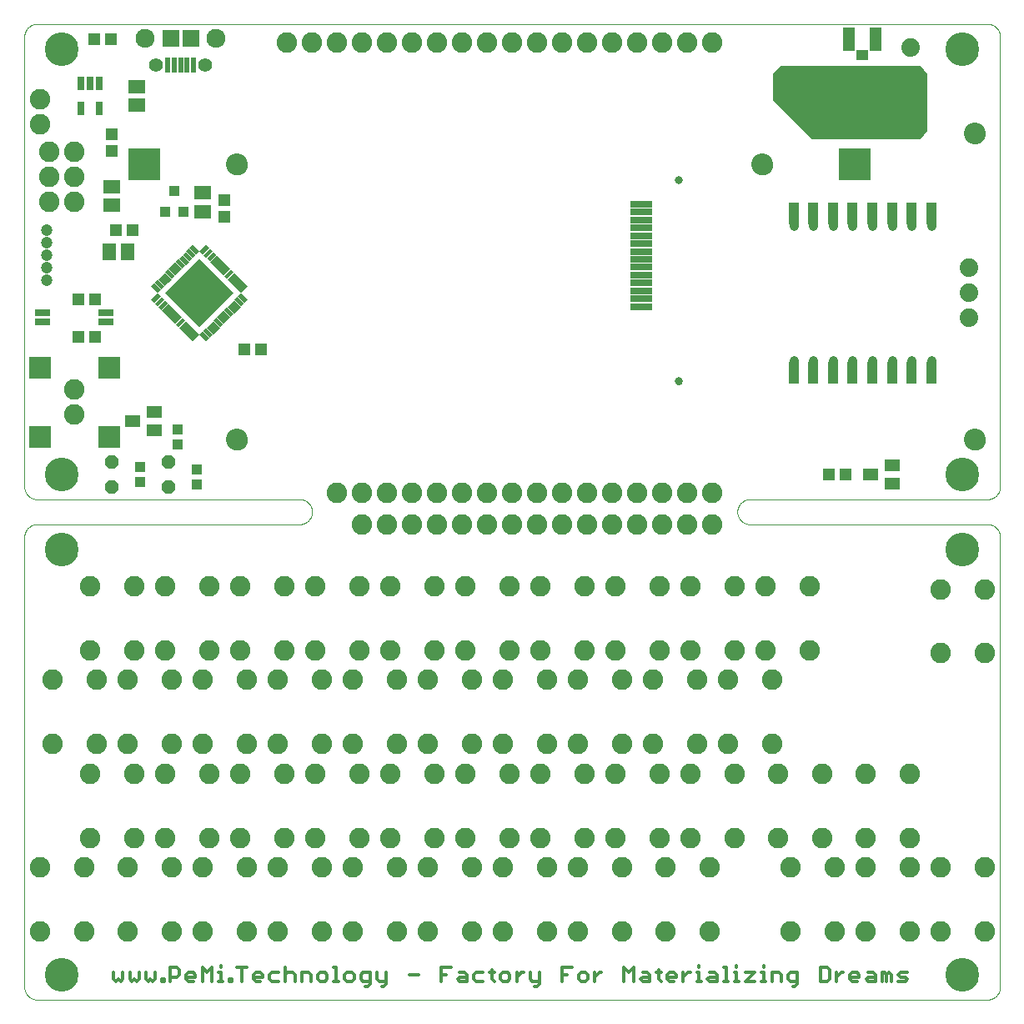
<source format=gts>
G75*
%MOIN*%
%OFA0B0*%
%FSLAX25Y25*%
%IPPOS*%
%LPD*%
%AMOC8*
5,1,8,0,0,1.08239X$1,22.5*
%
%ADD10C,0.00000*%
%ADD11C,0.08674*%
%ADD12C,0.01400*%
%ADD13C,0.01600*%
%ADD14C,0.04737*%
%ADD15R,0.06706X0.06902*%
%ADD16R,0.02375X0.06115*%
%ADD17C,0.05524*%
%ADD18C,0.07591*%
%ADD19OC8,0.05600*%
%ADD20R,0.03950X0.03950*%
%ADD21C,0.13461*%
%ADD22C,0.08200*%
%ADD23R,0.06706X0.05682*%
%ADD24R,0.04737X0.05032*%
%ADD25R,0.02965X0.05524*%
%ADD26R,0.05032X0.04737*%
%ADD27R,0.03753X0.01784*%
%ADD28R,0.19304X0.19304*%
%ADD29R,0.05682X0.06706*%
%ADD30C,0.07400*%
%ADD31C,0.03775*%
%ADD32R,0.03950X0.08674*%
%ADD33R,0.04934X0.09461*%
%ADD34R,0.04737X0.03950*%
%ADD35R,0.05918X0.03162*%
%ADD36R,0.08674X0.02769*%
%ADD37C,0.03162*%
%ADD38R,0.06312X0.04737*%
%ADD39R,0.08871X0.08871*%
%ADD40R,0.03950X0.04343*%
%ADD41R,0.12611X0.12611*%
D10*
X0006400Y0003787D02*
X0386400Y0003787D01*
X0386540Y0003789D01*
X0386680Y0003795D01*
X0386820Y0003805D01*
X0386960Y0003818D01*
X0387099Y0003836D01*
X0387238Y0003858D01*
X0387375Y0003883D01*
X0387513Y0003912D01*
X0387649Y0003945D01*
X0387784Y0003982D01*
X0387918Y0004023D01*
X0388051Y0004068D01*
X0388183Y0004116D01*
X0388313Y0004168D01*
X0388442Y0004223D01*
X0388569Y0004282D01*
X0388695Y0004345D01*
X0388819Y0004411D01*
X0388940Y0004480D01*
X0389060Y0004553D01*
X0389178Y0004630D01*
X0389293Y0004709D01*
X0389407Y0004792D01*
X0389517Y0004878D01*
X0389626Y0004967D01*
X0389732Y0005059D01*
X0389835Y0005154D01*
X0389936Y0005251D01*
X0390033Y0005352D01*
X0390128Y0005455D01*
X0390220Y0005561D01*
X0390309Y0005670D01*
X0390395Y0005780D01*
X0390478Y0005894D01*
X0390557Y0006009D01*
X0390634Y0006127D01*
X0390707Y0006247D01*
X0390776Y0006368D01*
X0390842Y0006492D01*
X0390905Y0006618D01*
X0390964Y0006745D01*
X0391019Y0006874D01*
X0391071Y0007004D01*
X0391119Y0007136D01*
X0391164Y0007269D01*
X0391205Y0007403D01*
X0391242Y0007538D01*
X0391275Y0007674D01*
X0391304Y0007812D01*
X0391329Y0007949D01*
X0391351Y0008088D01*
X0391369Y0008227D01*
X0391382Y0008367D01*
X0391392Y0008507D01*
X0391398Y0008647D01*
X0391400Y0008787D01*
X0391400Y0188787D01*
X0391398Y0188927D01*
X0391392Y0189067D01*
X0391382Y0189207D01*
X0391369Y0189347D01*
X0391351Y0189486D01*
X0391329Y0189625D01*
X0391304Y0189762D01*
X0391275Y0189900D01*
X0391242Y0190036D01*
X0391205Y0190171D01*
X0391164Y0190305D01*
X0391119Y0190438D01*
X0391071Y0190570D01*
X0391019Y0190700D01*
X0390964Y0190829D01*
X0390905Y0190956D01*
X0390842Y0191082D01*
X0390776Y0191206D01*
X0390707Y0191327D01*
X0390634Y0191447D01*
X0390557Y0191565D01*
X0390478Y0191680D01*
X0390395Y0191794D01*
X0390309Y0191904D01*
X0390220Y0192013D01*
X0390128Y0192119D01*
X0390033Y0192222D01*
X0389936Y0192323D01*
X0389835Y0192420D01*
X0389732Y0192515D01*
X0389626Y0192607D01*
X0389517Y0192696D01*
X0389407Y0192782D01*
X0389293Y0192865D01*
X0389178Y0192944D01*
X0389060Y0193021D01*
X0388940Y0193094D01*
X0388819Y0193163D01*
X0388695Y0193229D01*
X0388569Y0193292D01*
X0388442Y0193351D01*
X0388313Y0193406D01*
X0388183Y0193458D01*
X0388051Y0193506D01*
X0387918Y0193551D01*
X0387784Y0193592D01*
X0387649Y0193629D01*
X0387513Y0193662D01*
X0387375Y0193691D01*
X0387238Y0193716D01*
X0387099Y0193738D01*
X0386960Y0193756D01*
X0386820Y0193769D01*
X0386680Y0193779D01*
X0386540Y0193785D01*
X0386400Y0193787D01*
X0291400Y0193787D01*
X0291260Y0193789D01*
X0291120Y0193795D01*
X0290980Y0193805D01*
X0290840Y0193818D01*
X0290701Y0193836D01*
X0290562Y0193858D01*
X0290425Y0193883D01*
X0290287Y0193912D01*
X0290151Y0193945D01*
X0290016Y0193982D01*
X0289882Y0194023D01*
X0289749Y0194068D01*
X0289617Y0194116D01*
X0289487Y0194168D01*
X0289358Y0194223D01*
X0289231Y0194282D01*
X0289105Y0194345D01*
X0288981Y0194411D01*
X0288860Y0194480D01*
X0288740Y0194553D01*
X0288622Y0194630D01*
X0288507Y0194709D01*
X0288393Y0194792D01*
X0288283Y0194878D01*
X0288174Y0194967D01*
X0288068Y0195059D01*
X0287965Y0195154D01*
X0287864Y0195251D01*
X0287767Y0195352D01*
X0287672Y0195455D01*
X0287580Y0195561D01*
X0287491Y0195670D01*
X0287405Y0195780D01*
X0287322Y0195894D01*
X0287243Y0196009D01*
X0287166Y0196127D01*
X0287093Y0196247D01*
X0287024Y0196368D01*
X0286958Y0196492D01*
X0286895Y0196618D01*
X0286836Y0196745D01*
X0286781Y0196874D01*
X0286729Y0197004D01*
X0286681Y0197136D01*
X0286636Y0197269D01*
X0286595Y0197403D01*
X0286558Y0197538D01*
X0286525Y0197674D01*
X0286496Y0197812D01*
X0286471Y0197949D01*
X0286449Y0198088D01*
X0286431Y0198227D01*
X0286418Y0198367D01*
X0286408Y0198507D01*
X0286402Y0198647D01*
X0286400Y0198787D01*
X0286402Y0198927D01*
X0286408Y0199067D01*
X0286418Y0199207D01*
X0286431Y0199347D01*
X0286449Y0199486D01*
X0286471Y0199625D01*
X0286496Y0199762D01*
X0286525Y0199900D01*
X0286558Y0200036D01*
X0286595Y0200171D01*
X0286636Y0200305D01*
X0286681Y0200438D01*
X0286729Y0200570D01*
X0286781Y0200700D01*
X0286836Y0200829D01*
X0286895Y0200956D01*
X0286958Y0201082D01*
X0287024Y0201206D01*
X0287093Y0201327D01*
X0287166Y0201447D01*
X0287243Y0201565D01*
X0287322Y0201680D01*
X0287405Y0201794D01*
X0287491Y0201904D01*
X0287580Y0202013D01*
X0287672Y0202119D01*
X0287767Y0202222D01*
X0287864Y0202323D01*
X0287965Y0202420D01*
X0288068Y0202515D01*
X0288174Y0202607D01*
X0288283Y0202696D01*
X0288393Y0202782D01*
X0288507Y0202865D01*
X0288622Y0202944D01*
X0288740Y0203021D01*
X0288860Y0203094D01*
X0288981Y0203163D01*
X0289105Y0203229D01*
X0289231Y0203292D01*
X0289358Y0203351D01*
X0289487Y0203406D01*
X0289617Y0203458D01*
X0289749Y0203506D01*
X0289882Y0203551D01*
X0290016Y0203592D01*
X0290151Y0203629D01*
X0290287Y0203662D01*
X0290425Y0203691D01*
X0290562Y0203716D01*
X0290701Y0203738D01*
X0290840Y0203756D01*
X0290980Y0203769D01*
X0291120Y0203779D01*
X0291260Y0203785D01*
X0291400Y0203787D01*
X0386400Y0203787D01*
X0386540Y0203789D01*
X0386680Y0203795D01*
X0386820Y0203805D01*
X0386960Y0203818D01*
X0387099Y0203836D01*
X0387238Y0203858D01*
X0387375Y0203883D01*
X0387513Y0203912D01*
X0387649Y0203945D01*
X0387784Y0203982D01*
X0387918Y0204023D01*
X0388051Y0204068D01*
X0388183Y0204116D01*
X0388313Y0204168D01*
X0388442Y0204223D01*
X0388569Y0204282D01*
X0388695Y0204345D01*
X0388819Y0204411D01*
X0388940Y0204480D01*
X0389060Y0204553D01*
X0389178Y0204630D01*
X0389293Y0204709D01*
X0389407Y0204792D01*
X0389517Y0204878D01*
X0389626Y0204967D01*
X0389732Y0205059D01*
X0389835Y0205154D01*
X0389936Y0205251D01*
X0390033Y0205352D01*
X0390128Y0205455D01*
X0390220Y0205561D01*
X0390309Y0205670D01*
X0390395Y0205780D01*
X0390478Y0205894D01*
X0390557Y0206009D01*
X0390634Y0206127D01*
X0390707Y0206247D01*
X0390776Y0206368D01*
X0390842Y0206492D01*
X0390905Y0206618D01*
X0390964Y0206745D01*
X0391019Y0206874D01*
X0391071Y0207004D01*
X0391119Y0207136D01*
X0391164Y0207269D01*
X0391205Y0207403D01*
X0391242Y0207538D01*
X0391275Y0207674D01*
X0391304Y0207812D01*
X0391329Y0207949D01*
X0391351Y0208088D01*
X0391369Y0208227D01*
X0391382Y0208367D01*
X0391392Y0208507D01*
X0391398Y0208647D01*
X0391400Y0208787D01*
X0391400Y0388787D01*
X0391398Y0388927D01*
X0391392Y0389067D01*
X0391382Y0389207D01*
X0391369Y0389347D01*
X0391351Y0389486D01*
X0391329Y0389625D01*
X0391304Y0389762D01*
X0391275Y0389900D01*
X0391242Y0390036D01*
X0391205Y0390171D01*
X0391164Y0390305D01*
X0391119Y0390438D01*
X0391071Y0390570D01*
X0391019Y0390700D01*
X0390964Y0390829D01*
X0390905Y0390956D01*
X0390842Y0391082D01*
X0390776Y0391206D01*
X0390707Y0391327D01*
X0390634Y0391447D01*
X0390557Y0391565D01*
X0390478Y0391680D01*
X0390395Y0391794D01*
X0390309Y0391904D01*
X0390220Y0392013D01*
X0390128Y0392119D01*
X0390033Y0392222D01*
X0389936Y0392323D01*
X0389835Y0392420D01*
X0389732Y0392515D01*
X0389626Y0392607D01*
X0389517Y0392696D01*
X0389407Y0392782D01*
X0389293Y0392865D01*
X0389178Y0392944D01*
X0389060Y0393021D01*
X0388940Y0393094D01*
X0388819Y0393163D01*
X0388695Y0393229D01*
X0388569Y0393292D01*
X0388442Y0393351D01*
X0388313Y0393406D01*
X0388183Y0393458D01*
X0388051Y0393506D01*
X0387918Y0393551D01*
X0387784Y0393592D01*
X0387649Y0393629D01*
X0387513Y0393662D01*
X0387375Y0393691D01*
X0387238Y0393716D01*
X0387099Y0393738D01*
X0386960Y0393756D01*
X0386820Y0393769D01*
X0386680Y0393779D01*
X0386540Y0393785D01*
X0386400Y0393787D01*
X0006400Y0393787D01*
X0006260Y0393785D01*
X0006120Y0393779D01*
X0005980Y0393769D01*
X0005840Y0393756D01*
X0005701Y0393738D01*
X0005562Y0393716D01*
X0005425Y0393691D01*
X0005287Y0393662D01*
X0005151Y0393629D01*
X0005016Y0393592D01*
X0004882Y0393551D01*
X0004749Y0393506D01*
X0004617Y0393458D01*
X0004487Y0393406D01*
X0004358Y0393351D01*
X0004231Y0393292D01*
X0004105Y0393229D01*
X0003981Y0393163D01*
X0003860Y0393094D01*
X0003740Y0393021D01*
X0003622Y0392944D01*
X0003507Y0392865D01*
X0003393Y0392782D01*
X0003283Y0392696D01*
X0003174Y0392607D01*
X0003068Y0392515D01*
X0002965Y0392420D01*
X0002864Y0392323D01*
X0002767Y0392222D01*
X0002672Y0392119D01*
X0002580Y0392013D01*
X0002491Y0391904D01*
X0002405Y0391794D01*
X0002322Y0391680D01*
X0002243Y0391565D01*
X0002166Y0391447D01*
X0002093Y0391327D01*
X0002024Y0391206D01*
X0001958Y0391082D01*
X0001895Y0390956D01*
X0001836Y0390829D01*
X0001781Y0390700D01*
X0001729Y0390570D01*
X0001681Y0390438D01*
X0001636Y0390305D01*
X0001595Y0390171D01*
X0001558Y0390036D01*
X0001525Y0389900D01*
X0001496Y0389762D01*
X0001471Y0389625D01*
X0001449Y0389486D01*
X0001431Y0389347D01*
X0001418Y0389207D01*
X0001408Y0389067D01*
X0001402Y0388927D01*
X0001400Y0388787D01*
X0001400Y0208787D01*
X0001402Y0208647D01*
X0001408Y0208507D01*
X0001418Y0208367D01*
X0001431Y0208227D01*
X0001449Y0208088D01*
X0001471Y0207949D01*
X0001496Y0207812D01*
X0001525Y0207674D01*
X0001558Y0207538D01*
X0001595Y0207403D01*
X0001636Y0207269D01*
X0001681Y0207136D01*
X0001729Y0207004D01*
X0001781Y0206874D01*
X0001836Y0206745D01*
X0001895Y0206618D01*
X0001958Y0206492D01*
X0002024Y0206368D01*
X0002093Y0206247D01*
X0002166Y0206127D01*
X0002243Y0206009D01*
X0002322Y0205894D01*
X0002405Y0205780D01*
X0002491Y0205670D01*
X0002580Y0205561D01*
X0002672Y0205455D01*
X0002767Y0205352D01*
X0002864Y0205251D01*
X0002965Y0205154D01*
X0003068Y0205059D01*
X0003174Y0204967D01*
X0003283Y0204878D01*
X0003393Y0204792D01*
X0003507Y0204709D01*
X0003622Y0204630D01*
X0003740Y0204553D01*
X0003860Y0204480D01*
X0003981Y0204411D01*
X0004105Y0204345D01*
X0004231Y0204282D01*
X0004358Y0204223D01*
X0004487Y0204168D01*
X0004617Y0204116D01*
X0004749Y0204068D01*
X0004882Y0204023D01*
X0005016Y0203982D01*
X0005151Y0203945D01*
X0005287Y0203912D01*
X0005425Y0203883D01*
X0005562Y0203858D01*
X0005701Y0203836D01*
X0005840Y0203818D01*
X0005980Y0203805D01*
X0006120Y0203795D01*
X0006260Y0203789D01*
X0006400Y0203787D01*
X0111400Y0203787D01*
X0111540Y0203785D01*
X0111680Y0203779D01*
X0111820Y0203769D01*
X0111960Y0203756D01*
X0112099Y0203738D01*
X0112238Y0203716D01*
X0112375Y0203691D01*
X0112513Y0203662D01*
X0112649Y0203629D01*
X0112784Y0203592D01*
X0112918Y0203551D01*
X0113051Y0203506D01*
X0113183Y0203458D01*
X0113313Y0203406D01*
X0113442Y0203351D01*
X0113569Y0203292D01*
X0113695Y0203229D01*
X0113819Y0203163D01*
X0113940Y0203094D01*
X0114060Y0203021D01*
X0114178Y0202944D01*
X0114293Y0202865D01*
X0114407Y0202782D01*
X0114517Y0202696D01*
X0114626Y0202607D01*
X0114732Y0202515D01*
X0114835Y0202420D01*
X0114936Y0202323D01*
X0115033Y0202222D01*
X0115128Y0202119D01*
X0115220Y0202013D01*
X0115309Y0201904D01*
X0115395Y0201794D01*
X0115478Y0201680D01*
X0115557Y0201565D01*
X0115634Y0201447D01*
X0115707Y0201327D01*
X0115776Y0201206D01*
X0115842Y0201082D01*
X0115905Y0200956D01*
X0115964Y0200829D01*
X0116019Y0200700D01*
X0116071Y0200570D01*
X0116119Y0200438D01*
X0116164Y0200305D01*
X0116205Y0200171D01*
X0116242Y0200036D01*
X0116275Y0199900D01*
X0116304Y0199762D01*
X0116329Y0199625D01*
X0116351Y0199486D01*
X0116369Y0199347D01*
X0116382Y0199207D01*
X0116392Y0199067D01*
X0116398Y0198927D01*
X0116400Y0198787D01*
X0116398Y0198647D01*
X0116392Y0198507D01*
X0116382Y0198367D01*
X0116369Y0198227D01*
X0116351Y0198088D01*
X0116329Y0197949D01*
X0116304Y0197812D01*
X0116275Y0197674D01*
X0116242Y0197538D01*
X0116205Y0197403D01*
X0116164Y0197269D01*
X0116119Y0197136D01*
X0116071Y0197004D01*
X0116019Y0196874D01*
X0115964Y0196745D01*
X0115905Y0196618D01*
X0115842Y0196492D01*
X0115776Y0196368D01*
X0115707Y0196247D01*
X0115634Y0196127D01*
X0115557Y0196009D01*
X0115478Y0195894D01*
X0115395Y0195780D01*
X0115309Y0195670D01*
X0115220Y0195561D01*
X0115128Y0195455D01*
X0115033Y0195352D01*
X0114936Y0195251D01*
X0114835Y0195154D01*
X0114732Y0195059D01*
X0114626Y0194967D01*
X0114517Y0194878D01*
X0114407Y0194792D01*
X0114293Y0194709D01*
X0114178Y0194630D01*
X0114060Y0194553D01*
X0113940Y0194480D01*
X0113819Y0194411D01*
X0113695Y0194345D01*
X0113569Y0194282D01*
X0113442Y0194223D01*
X0113313Y0194168D01*
X0113183Y0194116D01*
X0113051Y0194068D01*
X0112918Y0194023D01*
X0112784Y0193982D01*
X0112649Y0193945D01*
X0112513Y0193912D01*
X0112375Y0193883D01*
X0112238Y0193858D01*
X0112099Y0193836D01*
X0111960Y0193818D01*
X0111820Y0193805D01*
X0111680Y0193795D01*
X0111540Y0193789D01*
X0111400Y0193787D01*
X0006400Y0193787D01*
X0006260Y0193785D01*
X0006120Y0193779D01*
X0005980Y0193769D01*
X0005840Y0193756D01*
X0005701Y0193738D01*
X0005562Y0193716D01*
X0005425Y0193691D01*
X0005287Y0193662D01*
X0005151Y0193629D01*
X0005016Y0193592D01*
X0004882Y0193551D01*
X0004749Y0193506D01*
X0004617Y0193458D01*
X0004487Y0193406D01*
X0004358Y0193351D01*
X0004231Y0193292D01*
X0004105Y0193229D01*
X0003981Y0193163D01*
X0003860Y0193094D01*
X0003740Y0193021D01*
X0003622Y0192944D01*
X0003507Y0192865D01*
X0003393Y0192782D01*
X0003283Y0192696D01*
X0003174Y0192607D01*
X0003068Y0192515D01*
X0002965Y0192420D01*
X0002864Y0192323D01*
X0002767Y0192222D01*
X0002672Y0192119D01*
X0002580Y0192013D01*
X0002491Y0191904D01*
X0002405Y0191794D01*
X0002322Y0191680D01*
X0002243Y0191565D01*
X0002166Y0191447D01*
X0002093Y0191327D01*
X0002024Y0191206D01*
X0001958Y0191082D01*
X0001895Y0190956D01*
X0001836Y0190829D01*
X0001781Y0190700D01*
X0001729Y0190570D01*
X0001681Y0190438D01*
X0001636Y0190305D01*
X0001595Y0190171D01*
X0001558Y0190036D01*
X0001525Y0189900D01*
X0001496Y0189762D01*
X0001471Y0189625D01*
X0001449Y0189486D01*
X0001431Y0189347D01*
X0001418Y0189207D01*
X0001408Y0189067D01*
X0001402Y0188927D01*
X0001400Y0188787D01*
X0001400Y0008787D01*
X0001402Y0008647D01*
X0001408Y0008507D01*
X0001418Y0008367D01*
X0001431Y0008227D01*
X0001449Y0008088D01*
X0001471Y0007949D01*
X0001496Y0007812D01*
X0001525Y0007674D01*
X0001558Y0007538D01*
X0001595Y0007403D01*
X0001636Y0007269D01*
X0001681Y0007136D01*
X0001729Y0007004D01*
X0001781Y0006874D01*
X0001836Y0006745D01*
X0001895Y0006618D01*
X0001958Y0006492D01*
X0002024Y0006368D01*
X0002093Y0006247D01*
X0002166Y0006127D01*
X0002243Y0006009D01*
X0002322Y0005894D01*
X0002405Y0005780D01*
X0002491Y0005670D01*
X0002580Y0005561D01*
X0002672Y0005455D01*
X0002767Y0005352D01*
X0002864Y0005251D01*
X0002965Y0005154D01*
X0003068Y0005059D01*
X0003174Y0004967D01*
X0003283Y0004878D01*
X0003393Y0004792D01*
X0003507Y0004709D01*
X0003622Y0004630D01*
X0003740Y0004553D01*
X0003860Y0004480D01*
X0003981Y0004411D01*
X0004105Y0004345D01*
X0004231Y0004282D01*
X0004358Y0004223D01*
X0004487Y0004168D01*
X0004617Y0004116D01*
X0004749Y0004068D01*
X0004882Y0004023D01*
X0005016Y0003982D01*
X0005151Y0003945D01*
X0005287Y0003912D01*
X0005425Y0003883D01*
X0005562Y0003858D01*
X0005701Y0003836D01*
X0005840Y0003818D01*
X0005980Y0003805D01*
X0006120Y0003795D01*
X0006260Y0003789D01*
X0006400Y0003787D01*
X0082463Y0227537D02*
X0082465Y0227662D01*
X0082471Y0227787D01*
X0082481Y0227911D01*
X0082495Y0228035D01*
X0082512Y0228159D01*
X0082534Y0228282D01*
X0082560Y0228404D01*
X0082589Y0228526D01*
X0082622Y0228646D01*
X0082660Y0228765D01*
X0082700Y0228884D01*
X0082745Y0229000D01*
X0082793Y0229115D01*
X0082845Y0229229D01*
X0082901Y0229341D01*
X0082960Y0229451D01*
X0083022Y0229559D01*
X0083088Y0229666D01*
X0083157Y0229770D01*
X0083230Y0229871D01*
X0083305Y0229971D01*
X0083384Y0230068D01*
X0083466Y0230162D01*
X0083551Y0230254D01*
X0083638Y0230343D01*
X0083729Y0230429D01*
X0083822Y0230512D01*
X0083918Y0230593D01*
X0084016Y0230670D01*
X0084116Y0230744D01*
X0084219Y0230815D01*
X0084324Y0230882D01*
X0084432Y0230947D01*
X0084541Y0231007D01*
X0084652Y0231065D01*
X0084765Y0231118D01*
X0084879Y0231168D01*
X0084995Y0231215D01*
X0085112Y0231257D01*
X0085231Y0231296D01*
X0085351Y0231332D01*
X0085472Y0231363D01*
X0085594Y0231391D01*
X0085716Y0231414D01*
X0085840Y0231434D01*
X0085964Y0231450D01*
X0086088Y0231462D01*
X0086213Y0231470D01*
X0086338Y0231474D01*
X0086462Y0231474D01*
X0086587Y0231470D01*
X0086712Y0231462D01*
X0086836Y0231450D01*
X0086960Y0231434D01*
X0087084Y0231414D01*
X0087206Y0231391D01*
X0087328Y0231363D01*
X0087449Y0231332D01*
X0087569Y0231296D01*
X0087688Y0231257D01*
X0087805Y0231215D01*
X0087921Y0231168D01*
X0088035Y0231118D01*
X0088148Y0231065D01*
X0088259Y0231007D01*
X0088369Y0230947D01*
X0088476Y0230882D01*
X0088581Y0230815D01*
X0088684Y0230744D01*
X0088784Y0230670D01*
X0088882Y0230593D01*
X0088978Y0230512D01*
X0089071Y0230429D01*
X0089162Y0230343D01*
X0089249Y0230254D01*
X0089334Y0230162D01*
X0089416Y0230068D01*
X0089495Y0229971D01*
X0089570Y0229871D01*
X0089643Y0229770D01*
X0089712Y0229666D01*
X0089778Y0229559D01*
X0089840Y0229451D01*
X0089899Y0229341D01*
X0089955Y0229229D01*
X0090007Y0229115D01*
X0090055Y0229000D01*
X0090100Y0228884D01*
X0090140Y0228765D01*
X0090178Y0228646D01*
X0090211Y0228526D01*
X0090240Y0228404D01*
X0090266Y0228282D01*
X0090288Y0228159D01*
X0090305Y0228035D01*
X0090319Y0227911D01*
X0090329Y0227787D01*
X0090335Y0227662D01*
X0090337Y0227537D01*
X0090335Y0227412D01*
X0090329Y0227287D01*
X0090319Y0227163D01*
X0090305Y0227039D01*
X0090288Y0226915D01*
X0090266Y0226792D01*
X0090240Y0226670D01*
X0090211Y0226548D01*
X0090178Y0226428D01*
X0090140Y0226309D01*
X0090100Y0226190D01*
X0090055Y0226074D01*
X0090007Y0225959D01*
X0089955Y0225845D01*
X0089899Y0225733D01*
X0089840Y0225623D01*
X0089778Y0225515D01*
X0089712Y0225408D01*
X0089643Y0225304D01*
X0089570Y0225203D01*
X0089495Y0225103D01*
X0089416Y0225006D01*
X0089334Y0224912D01*
X0089249Y0224820D01*
X0089162Y0224731D01*
X0089071Y0224645D01*
X0088978Y0224562D01*
X0088882Y0224481D01*
X0088784Y0224404D01*
X0088684Y0224330D01*
X0088581Y0224259D01*
X0088476Y0224192D01*
X0088368Y0224127D01*
X0088259Y0224067D01*
X0088148Y0224009D01*
X0088035Y0223956D01*
X0087921Y0223906D01*
X0087805Y0223859D01*
X0087688Y0223817D01*
X0087569Y0223778D01*
X0087449Y0223742D01*
X0087328Y0223711D01*
X0087206Y0223683D01*
X0087084Y0223660D01*
X0086960Y0223640D01*
X0086836Y0223624D01*
X0086712Y0223612D01*
X0086587Y0223604D01*
X0086462Y0223600D01*
X0086338Y0223600D01*
X0086213Y0223604D01*
X0086088Y0223612D01*
X0085964Y0223624D01*
X0085840Y0223640D01*
X0085716Y0223660D01*
X0085594Y0223683D01*
X0085472Y0223711D01*
X0085351Y0223742D01*
X0085231Y0223778D01*
X0085112Y0223817D01*
X0084995Y0223859D01*
X0084879Y0223906D01*
X0084765Y0223956D01*
X0084652Y0224009D01*
X0084541Y0224067D01*
X0084431Y0224127D01*
X0084324Y0224192D01*
X0084219Y0224259D01*
X0084116Y0224330D01*
X0084016Y0224404D01*
X0083918Y0224481D01*
X0083822Y0224562D01*
X0083729Y0224645D01*
X0083638Y0224731D01*
X0083551Y0224820D01*
X0083466Y0224912D01*
X0083384Y0225006D01*
X0083305Y0225103D01*
X0083230Y0225203D01*
X0083157Y0225304D01*
X0083088Y0225408D01*
X0083022Y0225515D01*
X0082960Y0225623D01*
X0082901Y0225733D01*
X0082845Y0225845D01*
X0082793Y0225959D01*
X0082745Y0226074D01*
X0082700Y0226190D01*
X0082660Y0226309D01*
X0082622Y0226428D01*
X0082589Y0226548D01*
X0082560Y0226670D01*
X0082534Y0226792D01*
X0082512Y0226915D01*
X0082495Y0227039D01*
X0082481Y0227163D01*
X0082471Y0227287D01*
X0082465Y0227412D01*
X0082463Y0227537D01*
X0082463Y0337537D02*
X0082465Y0337662D01*
X0082471Y0337787D01*
X0082481Y0337911D01*
X0082495Y0338035D01*
X0082512Y0338159D01*
X0082534Y0338282D01*
X0082560Y0338404D01*
X0082589Y0338526D01*
X0082622Y0338646D01*
X0082660Y0338765D01*
X0082700Y0338884D01*
X0082745Y0339000D01*
X0082793Y0339115D01*
X0082845Y0339229D01*
X0082901Y0339341D01*
X0082960Y0339451D01*
X0083022Y0339559D01*
X0083088Y0339666D01*
X0083157Y0339770D01*
X0083230Y0339871D01*
X0083305Y0339971D01*
X0083384Y0340068D01*
X0083466Y0340162D01*
X0083551Y0340254D01*
X0083638Y0340343D01*
X0083729Y0340429D01*
X0083822Y0340512D01*
X0083918Y0340593D01*
X0084016Y0340670D01*
X0084116Y0340744D01*
X0084219Y0340815D01*
X0084324Y0340882D01*
X0084432Y0340947D01*
X0084541Y0341007D01*
X0084652Y0341065D01*
X0084765Y0341118D01*
X0084879Y0341168D01*
X0084995Y0341215D01*
X0085112Y0341257D01*
X0085231Y0341296D01*
X0085351Y0341332D01*
X0085472Y0341363D01*
X0085594Y0341391D01*
X0085716Y0341414D01*
X0085840Y0341434D01*
X0085964Y0341450D01*
X0086088Y0341462D01*
X0086213Y0341470D01*
X0086338Y0341474D01*
X0086462Y0341474D01*
X0086587Y0341470D01*
X0086712Y0341462D01*
X0086836Y0341450D01*
X0086960Y0341434D01*
X0087084Y0341414D01*
X0087206Y0341391D01*
X0087328Y0341363D01*
X0087449Y0341332D01*
X0087569Y0341296D01*
X0087688Y0341257D01*
X0087805Y0341215D01*
X0087921Y0341168D01*
X0088035Y0341118D01*
X0088148Y0341065D01*
X0088259Y0341007D01*
X0088369Y0340947D01*
X0088476Y0340882D01*
X0088581Y0340815D01*
X0088684Y0340744D01*
X0088784Y0340670D01*
X0088882Y0340593D01*
X0088978Y0340512D01*
X0089071Y0340429D01*
X0089162Y0340343D01*
X0089249Y0340254D01*
X0089334Y0340162D01*
X0089416Y0340068D01*
X0089495Y0339971D01*
X0089570Y0339871D01*
X0089643Y0339770D01*
X0089712Y0339666D01*
X0089778Y0339559D01*
X0089840Y0339451D01*
X0089899Y0339341D01*
X0089955Y0339229D01*
X0090007Y0339115D01*
X0090055Y0339000D01*
X0090100Y0338884D01*
X0090140Y0338765D01*
X0090178Y0338646D01*
X0090211Y0338526D01*
X0090240Y0338404D01*
X0090266Y0338282D01*
X0090288Y0338159D01*
X0090305Y0338035D01*
X0090319Y0337911D01*
X0090329Y0337787D01*
X0090335Y0337662D01*
X0090337Y0337537D01*
X0090335Y0337412D01*
X0090329Y0337287D01*
X0090319Y0337163D01*
X0090305Y0337039D01*
X0090288Y0336915D01*
X0090266Y0336792D01*
X0090240Y0336670D01*
X0090211Y0336548D01*
X0090178Y0336428D01*
X0090140Y0336309D01*
X0090100Y0336190D01*
X0090055Y0336074D01*
X0090007Y0335959D01*
X0089955Y0335845D01*
X0089899Y0335733D01*
X0089840Y0335623D01*
X0089778Y0335515D01*
X0089712Y0335408D01*
X0089643Y0335304D01*
X0089570Y0335203D01*
X0089495Y0335103D01*
X0089416Y0335006D01*
X0089334Y0334912D01*
X0089249Y0334820D01*
X0089162Y0334731D01*
X0089071Y0334645D01*
X0088978Y0334562D01*
X0088882Y0334481D01*
X0088784Y0334404D01*
X0088684Y0334330D01*
X0088581Y0334259D01*
X0088476Y0334192D01*
X0088368Y0334127D01*
X0088259Y0334067D01*
X0088148Y0334009D01*
X0088035Y0333956D01*
X0087921Y0333906D01*
X0087805Y0333859D01*
X0087688Y0333817D01*
X0087569Y0333778D01*
X0087449Y0333742D01*
X0087328Y0333711D01*
X0087206Y0333683D01*
X0087084Y0333660D01*
X0086960Y0333640D01*
X0086836Y0333624D01*
X0086712Y0333612D01*
X0086587Y0333604D01*
X0086462Y0333600D01*
X0086338Y0333600D01*
X0086213Y0333604D01*
X0086088Y0333612D01*
X0085964Y0333624D01*
X0085840Y0333640D01*
X0085716Y0333660D01*
X0085594Y0333683D01*
X0085472Y0333711D01*
X0085351Y0333742D01*
X0085231Y0333778D01*
X0085112Y0333817D01*
X0084995Y0333859D01*
X0084879Y0333906D01*
X0084765Y0333956D01*
X0084652Y0334009D01*
X0084541Y0334067D01*
X0084431Y0334127D01*
X0084324Y0334192D01*
X0084219Y0334259D01*
X0084116Y0334330D01*
X0084016Y0334404D01*
X0083918Y0334481D01*
X0083822Y0334562D01*
X0083729Y0334645D01*
X0083638Y0334731D01*
X0083551Y0334820D01*
X0083466Y0334912D01*
X0083384Y0335006D01*
X0083305Y0335103D01*
X0083230Y0335203D01*
X0083157Y0335304D01*
X0083088Y0335408D01*
X0083022Y0335515D01*
X0082960Y0335623D01*
X0082901Y0335733D01*
X0082845Y0335845D01*
X0082793Y0335959D01*
X0082745Y0336074D01*
X0082700Y0336190D01*
X0082660Y0336309D01*
X0082622Y0336428D01*
X0082589Y0336548D01*
X0082560Y0336670D01*
X0082534Y0336792D01*
X0082512Y0336915D01*
X0082495Y0337039D01*
X0082481Y0337163D01*
X0082471Y0337287D01*
X0082465Y0337412D01*
X0082463Y0337537D01*
X0261754Y0331406D02*
X0261756Y0331475D01*
X0261762Y0331543D01*
X0261772Y0331611D01*
X0261786Y0331678D01*
X0261804Y0331745D01*
X0261825Y0331810D01*
X0261851Y0331874D01*
X0261880Y0331936D01*
X0261912Y0331996D01*
X0261948Y0332055D01*
X0261988Y0332111D01*
X0262030Y0332165D01*
X0262076Y0332216D01*
X0262125Y0332265D01*
X0262176Y0332311D01*
X0262230Y0332353D01*
X0262286Y0332393D01*
X0262344Y0332429D01*
X0262405Y0332461D01*
X0262467Y0332490D01*
X0262531Y0332516D01*
X0262596Y0332537D01*
X0262663Y0332555D01*
X0262730Y0332569D01*
X0262798Y0332579D01*
X0262866Y0332585D01*
X0262935Y0332587D01*
X0263004Y0332585D01*
X0263072Y0332579D01*
X0263140Y0332569D01*
X0263207Y0332555D01*
X0263274Y0332537D01*
X0263339Y0332516D01*
X0263403Y0332490D01*
X0263465Y0332461D01*
X0263525Y0332429D01*
X0263584Y0332393D01*
X0263640Y0332353D01*
X0263694Y0332311D01*
X0263745Y0332265D01*
X0263794Y0332216D01*
X0263840Y0332165D01*
X0263882Y0332111D01*
X0263922Y0332055D01*
X0263958Y0331996D01*
X0263990Y0331936D01*
X0264019Y0331874D01*
X0264045Y0331810D01*
X0264066Y0331745D01*
X0264084Y0331678D01*
X0264098Y0331611D01*
X0264108Y0331543D01*
X0264114Y0331475D01*
X0264116Y0331406D01*
X0264114Y0331337D01*
X0264108Y0331269D01*
X0264098Y0331201D01*
X0264084Y0331134D01*
X0264066Y0331067D01*
X0264045Y0331002D01*
X0264019Y0330938D01*
X0263990Y0330876D01*
X0263958Y0330815D01*
X0263922Y0330757D01*
X0263882Y0330701D01*
X0263840Y0330647D01*
X0263794Y0330596D01*
X0263745Y0330547D01*
X0263694Y0330501D01*
X0263640Y0330459D01*
X0263584Y0330419D01*
X0263526Y0330383D01*
X0263465Y0330351D01*
X0263403Y0330322D01*
X0263339Y0330296D01*
X0263274Y0330275D01*
X0263207Y0330257D01*
X0263140Y0330243D01*
X0263072Y0330233D01*
X0263004Y0330227D01*
X0262935Y0330225D01*
X0262866Y0330227D01*
X0262798Y0330233D01*
X0262730Y0330243D01*
X0262663Y0330257D01*
X0262596Y0330275D01*
X0262531Y0330296D01*
X0262467Y0330322D01*
X0262405Y0330351D01*
X0262344Y0330383D01*
X0262286Y0330419D01*
X0262230Y0330459D01*
X0262176Y0330501D01*
X0262125Y0330547D01*
X0262076Y0330596D01*
X0262030Y0330647D01*
X0261988Y0330701D01*
X0261948Y0330757D01*
X0261912Y0330815D01*
X0261880Y0330876D01*
X0261851Y0330938D01*
X0261825Y0331002D01*
X0261804Y0331067D01*
X0261786Y0331134D01*
X0261772Y0331201D01*
X0261762Y0331269D01*
X0261756Y0331337D01*
X0261754Y0331406D01*
X0292463Y0337537D02*
X0292465Y0337662D01*
X0292471Y0337787D01*
X0292481Y0337911D01*
X0292495Y0338035D01*
X0292512Y0338159D01*
X0292534Y0338282D01*
X0292560Y0338404D01*
X0292589Y0338526D01*
X0292622Y0338646D01*
X0292660Y0338765D01*
X0292700Y0338884D01*
X0292745Y0339000D01*
X0292793Y0339115D01*
X0292845Y0339229D01*
X0292901Y0339341D01*
X0292960Y0339451D01*
X0293022Y0339559D01*
X0293088Y0339666D01*
X0293157Y0339770D01*
X0293230Y0339871D01*
X0293305Y0339971D01*
X0293384Y0340068D01*
X0293466Y0340162D01*
X0293551Y0340254D01*
X0293638Y0340343D01*
X0293729Y0340429D01*
X0293822Y0340512D01*
X0293918Y0340593D01*
X0294016Y0340670D01*
X0294116Y0340744D01*
X0294219Y0340815D01*
X0294324Y0340882D01*
X0294432Y0340947D01*
X0294541Y0341007D01*
X0294652Y0341065D01*
X0294765Y0341118D01*
X0294879Y0341168D01*
X0294995Y0341215D01*
X0295112Y0341257D01*
X0295231Y0341296D01*
X0295351Y0341332D01*
X0295472Y0341363D01*
X0295594Y0341391D01*
X0295716Y0341414D01*
X0295840Y0341434D01*
X0295964Y0341450D01*
X0296088Y0341462D01*
X0296213Y0341470D01*
X0296338Y0341474D01*
X0296462Y0341474D01*
X0296587Y0341470D01*
X0296712Y0341462D01*
X0296836Y0341450D01*
X0296960Y0341434D01*
X0297084Y0341414D01*
X0297206Y0341391D01*
X0297328Y0341363D01*
X0297449Y0341332D01*
X0297569Y0341296D01*
X0297688Y0341257D01*
X0297805Y0341215D01*
X0297921Y0341168D01*
X0298035Y0341118D01*
X0298148Y0341065D01*
X0298259Y0341007D01*
X0298369Y0340947D01*
X0298476Y0340882D01*
X0298581Y0340815D01*
X0298684Y0340744D01*
X0298784Y0340670D01*
X0298882Y0340593D01*
X0298978Y0340512D01*
X0299071Y0340429D01*
X0299162Y0340343D01*
X0299249Y0340254D01*
X0299334Y0340162D01*
X0299416Y0340068D01*
X0299495Y0339971D01*
X0299570Y0339871D01*
X0299643Y0339770D01*
X0299712Y0339666D01*
X0299778Y0339559D01*
X0299840Y0339451D01*
X0299899Y0339341D01*
X0299955Y0339229D01*
X0300007Y0339115D01*
X0300055Y0339000D01*
X0300100Y0338884D01*
X0300140Y0338765D01*
X0300178Y0338646D01*
X0300211Y0338526D01*
X0300240Y0338404D01*
X0300266Y0338282D01*
X0300288Y0338159D01*
X0300305Y0338035D01*
X0300319Y0337911D01*
X0300329Y0337787D01*
X0300335Y0337662D01*
X0300337Y0337537D01*
X0300335Y0337412D01*
X0300329Y0337287D01*
X0300319Y0337163D01*
X0300305Y0337039D01*
X0300288Y0336915D01*
X0300266Y0336792D01*
X0300240Y0336670D01*
X0300211Y0336548D01*
X0300178Y0336428D01*
X0300140Y0336309D01*
X0300100Y0336190D01*
X0300055Y0336074D01*
X0300007Y0335959D01*
X0299955Y0335845D01*
X0299899Y0335733D01*
X0299840Y0335623D01*
X0299778Y0335515D01*
X0299712Y0335408D01*
X0299643Y0335304D01*
X0299570Y0335203D01*
X0299495Y0335103D01*
X0299416Y0335006D01*
X0299334Y0334912D01*
X0299249Y0334820D01*
X0299162Y0334731D01*
X0299071Y0334645D01*
X0298978Y0334562D01*
X0298882Y0334481D01*
X0298784Y0334404D01*
X0298684Y0334330D01*
X0298581Y0334259D01*
X0298476Y0334192D01*
X0298368Y0334127D01*
X0298259Y0334067D01*
X0298148Y0334009D01*
X0298035Y0333956D01*
X0297921Y0333906D01*
X0297805Y0333859D01*
X0297688Y0333817D01*
X0297569Y0333778D01*
X0297449Y0333742D01*
X0297328Y0333711D01*
X0297206Y0333683D01*
X0297084Y0333660D01*
X0296960Y0333640D01*
X0296836Y0333624D01*
X0296712Y0333612D01*
X0296587Y0333604D01*
X0296462Y0333600D01*
X0296338Y0333600D01*
X0296213Y0333604D01*
X0296088Y0333612D01*
X0295964Y0333624D01*
X0295840Y0333640D01*
X0295716Y0333660D01*
X0295594Y0333683D01*
X0295472Y0333711D01*
X0295351Y0333742D01*
X0295231Y0333778D01*
X0295112Y0333817D01*
X0294995Y0333859D01*
X0294879Y0333906D01*
X0294765Y0333956D01*
X0294652Y0334009D01*
X0294541Y0334067D01*
X0294431Y0334127D01*
X0294324Y0334192D01*
X0294219Y0334259D01*
X0294116Y0334330D01*
X0294016Y0334404D01*
X0293918Y0334481D01*
X0293822Y0334562D01*
X0293729Y0334645D01*
X0293638Y0334731D01*
X0293551Y0334820D01*
X0293466Y0334912D01*
X0293384Y0335006D01*
X0293305Y0335103D01*
X0293230Y0335203D01*
X0293157Y0335304D01*
X0293088Y0335408D01*
X0293022Y0335515D01*
X0292960Y0335623D01*
X0292901Y0335733D01*
X0292845Y0335845D01*
X0292793Y0335959D01*
X0292745Y0336074D01*
X0292700Y0336190D01*
X0292660Y0336309D01*
X0292622Y0336428D01*
X0292589Y0336548D01*
X0292560Y0336670D01*
X0292534Y0336792D01*
X0292512Y0336915D01*
X0292495Y0337039D01*
X0292481Y0337163D01*
X0292471Y0337287D01*
X0292465Y0337412D01*
X0292463Y0337537D01*
X0261754Y0250894D02*
X0261756Y0250963D01*
X0261762Y0251031D01*
X0261772Y0251099D01*
X0261786Y0251166D01*
X0261804Y0251233D01*
X0261825Y0251298D01*
X0261851Y0251362D01*
X0261880Y0251424D01*
X0261912Y0251484D01*
X0261948Y0251543D01*
X0261988Y0251599D01*
X0262030Y0251653D01*
X0262076Y0251704D01*
X0262125Y0251753D01*
X0262176Y0251799D01*
X0262230Y0251841D01*
X0262286Y0251881D01*
X0262344Y0251917D01*
X0262405Y0251949D01*
X0262467Y0251978D01*
X0262531Y0252004D01*
X0262596Y0252025D01*
X0262663Y0252043D01*
X0262730Y0252057D01*
X0262798Y0252067D01*
X0262866Y0252073D01*
X0262935Y0252075D01*
X0263004Y0252073D01*
X0263072Y0252067D01*
X0263140Y0252057D01*
X0263207Y0252043D01*
X0263274Y0252025D01*
X0263339Y0252004D01*
X0263403Y0251978D01*
X0263465Y0251949D01*
X0263525Y0251917D01*
X0263584Y0251881D01*
X0263640Y0251841D01*
X0263694Y0251799D01*
X0263745Y0251753D01*
X0263794Y0251704D01*
X0263840Y0251653D01*
X0263882Y0251599D01*
X0263922Y0251543D01*
X0263958Y0251484D01*
X0263990Y0251424D01*
X0264019Y0251362D01*
X0264045Y0251298D01*
X0264066Y0251233D01*
X0264084Y0251166D01*
X0264098Y0251099D01*
X0264108Y0251031D01*
X0264114Y0250963D01*
X0264116Y0250894D01*
X0264114Y0250825D01*
X0264108Y0250757D01*
X0264098Y0250689D01*
X0264084Y0250622D01*
X0264066Y0250555D01*
X0264045Y0250490D01*
X0264019Y0250426D01*
X0263990Y0250364D01*
X0263958Y0250303D01*
X0263922Y0250245D01*
X0263882Y0250189D01*
X0263840Y0250135D01*
X0263794Y0250084D01*
X0263745Y0250035D01*
X0263694Y0249989D01*
X0263640Y0249947D01*
X0263584Y0249907D01*
X0263526Y0249871D01*
X0263465Y0249839D01*
X0263403Y0249810D01*
X0263339Y0249784D01*
X0263274Y0249763D01*
X0263207Y0249745D01*
X0263140Y0249731D01*
X0263072Y0249721D01*
X0263004Y0249715D01*
X0262935Y0249713D01*
X0262866Y0249715D01*
X0262798Y0249721D01*
X0262730Y0249731D01*
X0262663Y0249745D01*
X0262596Y0249763D01*
X0262531Y0249784D01*
X0262467Y0249810D01*
X0262405Y0249839D01*
X0262344Y0249871D01*
X0262286Y0249907D01*
X0262230Y0249947D01*
X0262176Y0249989D01*
X0262125Y0250035D01*
X0262076Y0250084D01*
X0262030Y0250135D01*
X0261988Y0250189D01*
X0261948Y0250245D01*
X0261912Y0250303D01*
X0261880Y0250364D01*
X0261851Y0250426D01*
X0261825Y0250490D01*
X0261804Y0250555D01*
X0261786Y0250622D01*
X0261772Y0250689D01*
X0261762Y0250757D01*
X0261756Y0250825D01*
X0261754Y0250894D01*
X0377463Y0227537D02*
X0377465Y0227662D01*
X0377471Y0227787D01*
X0377481Y0227911D01*
X0377495Y0228035D01*
X0377512Y0228159D01*
X0377534Y0228282D01*
X0377560Y0228404D01*
X0377589Y0228526D01*
X0377622Y0228646D01*
X0377660Y0228765D01*
X0377700Y0228884D01*
X0377745Y0229000D01*
X0377793Y0229115D01*
X0377845Y0229229D01*
X0377901Y0229341D01*
X0377960Y0229451D01*
X0378022Y0229559D01*
X0378088Y0229666D01*
X0378157Y0229770D01*
X0378230Y0229871D01*
X0378305Y0229971D01*
X0378384Y0230068D01*
X0378466Y0230162D01*
X0378551Y0230254D01*
X0378638Y0230343D01*
X0378729Y0230429D01*
X0378822Y0230512D01*
X0378918Y0230593D01*
X0379016Y0230670D01*
X0379116Y0230744D01*
X0379219Y0230815D01*
X0379324Y0230882D01*
X0379432Y0230947D01*
X0379541Y0231007D01*
X0379652Y0231065D01*
X0379765Y0231118D01*
X0379879Y0231168D01*
X0379995Y0231215D01*
X0380112Y0231257D01*
X0380231Y0231296D01*
X0380351Y0231332D01*
X0380472Y0231363D01*
X0380594Y0231391D01*
X0380716Y0231414D01*
X0380840Y0231434D01*
X0380964Y0231450D01*
X0381088Y0231462D01*
X0381213Y0231470D01*
X0381338Y0231474D01*
X0381462Y0231474D01*
X0381587Y0231470D01*
X0381712Y0231462D01*
X0381836Y0231450D01*
X0381960Y0231434D01*
X0382084Y0231414D01*
X0382206Y0231391D01*
X0382328Y0231363D01*
X0382449Y0231332D01*
X0382569Y0231296D01*
X0382688Y0231257D01*
X0382805Y0231215D01*
X0382921Y0231168D01*
X0383035Y0231118D01*
X0383148Y0231065D01*
X0383259Y0231007D01*
X0383369Y0230947D01*
X0383476Y0230882D01*
X0383581Y0230815D01*
X0383684Y0230744D01*
X0383784Y0230670D01*
X0383882Y0230593D01*
X0383978Y0230512D01*
X0384071Y0230429D01*
X0384162Y0230343D01*
X0384249Y0230254D01*
X0384334Y0230162D01*
X0384416Y0230068D01*
X0384495Y0229971D01*
X0384570Y0229871D01*
X0384643Y0229770D01*
X0384712Y0229666D01*
X0384778Y0229559D01*
X0384840Y0229451D01*
X0384899Y0229341D01*
X0384955Y0229229D01*
X0385007Y0229115D01*
X0385055Y0229000D01*
X0385100Y0228884D01*
X0385140Y0228765D01*
X0385178Y0228646D01*
X0385211Y0228526D01*
X0385240Y0228404D01*
X0385266Y0228282D01*
X0385288Y0228159D01*
X0385305Y0228035D01*
X0385319Y0227911D01*
X0385329Y0227787D01*
X0385335Y0227662D01*
X0385337Y0227537D01*
X0385335Y0227412D01*
X0385329Y0227287D01*
X0385319Y0227163D01*
X0385305Y0227039D01*
X0385288Y0226915D01*
X0385266Y0226792D01*
X0385240Y0226670D01*
X0385211Y0226548D01*
X0385178Y0226428D01*
X0385140Y0226309D01*
X0385100Y0226190D01*
X0385055Y0226074D01*
X0385007Y0225959D01*
X0384955Y0225845D01*
X0384899Y0225733D01*
X0384840Y0225623D01*
X0384778Y0225515D01*
X0384712Y0225408D01*
X0384643Y0225304D01*
X0384570Y0225203D01*
X0384495Y0225103D01*
X0384416Y0225006D01*
X0384334Y0224912D01*
X0384249Y0224820D01*
X0384162Y0224731D01*
X0384071Y0224645D01*
X0383978Y0224562D01*
X0383882Y0224481D01*
X0383784Y0224404D01*
X0383684Y0224330D01*
X0383581Y0224259D01*
X0383476Y0224192D01*
X0383368Y0224127D01*
X0383259Y0224067D01*
X0383148Y0224009D01*
X0383035Y0223956D01*
X0382921Y0223906D01*
X0382805Y0223859D01*
X0382688Y0223817D01*
X0382569Y0223778D01*
X0382449Y0223742D01*
X0382328Y0223711D01*
X0382206Y0223683D01*
X0382084Y0223660D01*
X0381960Y0223640D01*
X0381836Y0223624D01*
X0381712Y0223612D01*
X0381587Y0223604D01*
X0381462Y0223600D01*
X0381338Y0223600D01*
X0381213Y0223604D01*
X0381088Y0223612D01*
X0380964Y0223624D01*
X0380840Y0223640D01*
X0380716Y0223660D01*
X0380594Y0223683D01*
X0380472Y0223711D01*
X0380351Y0223742D01*
X0380231Y0223778D01*
X0380112Y0223817D01*
X0379995Y0223859D01*
X0379879Y0223906D01*
X0379765Y0223956D01*
X0379652Y0224009D01*
X0379541Y0224067D01*
X0379431Y0224127D01*
X0379324Y0224192D01*
X0379219Y0224259D01*
X0379116Y0224330D01*
X0379016Y0224404D01*
X0378918Y0224481D01*
X0378822Y0224562D01*
X0378729Y0224645D01*
X0378638Y0224731D01*
X0378551Y0224820D01*
X0378466Y0224912D01*
X0378384Y0225006D01*
X0378305Y0225103D01*
X0378230Y0225203D01*
X0378157Y0225304D01*
X0378088Y0225408D01*
X0378022Y0225515D01*
X0377960Y0225623D01*
X0377901Y0225733D01*
X0377845Y0225845D01*
X0377793Y0225959D01*
X0377745Y0226074D01*
X0377700Y0226190D01*
X0377660Y0226309D01*
X0377622Y0226428D01*
X0377589Y0226548D01*
X0377560Y0226670D01*
X0377534Y0226792D01*
X0377512Y0226915D01*
X0377495Y0227039D01*
X0377481Y0227163D01*
X0377471Y0227287D01*
X0377465Y0227412D01*
X0377463Y0227537D01*
X0377463Y0350037D02*
X0377465Y0350162D01*
X0377471Y0350287D01*
X0377481Y0350411D01*
X0377495Y0350535D01*
X0377512Y0350659D01*
X0377534Y0350782D01*
X0377560Y0350904D01*
X0377589Y0351026D01*
X0377622Y0351146D01*
X0377660Y0351265D01*
X0377700Y0351384D01*
X0377745Y0351500D01*
X0377793Y0351615D01*
X0377845Y0351729D01*
X0377901Y0351841D01*
X0377960Y0351951D01*
X0378022Y0352059D01*
X0378088Y0352166D01*
X0378157Y0352270D01*
X0378230Y0352371D01*
X0378305Y0352471D01*
X0378384Y0352568D01*
X0378466Y0352662D01*
X0378551Y0352754D01*
X0378638Y0352843D01*
X0378729Y0352929D01*
X0378822Y0353012D01*
X0378918Y0353093D01*
X0379016Y0353170D01*
X0379116Y0353244D01*
X0379219Y0353315D01*
X0379324Y0353382D01*
X0379432Y0353447D01*
X0379541Y0353507D01*
X0379652Y0353565D01*
X0379765Y0353618D01*
X0379879Y0353668D01*
X0379995Y0353715D01*
X0380112Y0353757D01*
X0380231Y0353796D01*
X0380351Y0353832D01*
X0380472Y0353863D01*
X0380594Y0353891D01*
X0380716Y0353914D01*
X0380840Y0353934D01*
X0380964Y0353950D01*
X0381088Y0353962D01*
X0381213Y0353970D01*
X0381338Y0353974D01*
X0381462Y0353974D01*
X0381587Y0353970D01*
X0381712Y0353962D01*
X0381836Y0353950D01*
X0381960Y0353934D01*
X0382084Y0353914D01*
X0382206Y0353891D01*
X0382328Y0353863D01*
X0382449Y0353832D01*
X0382569Y0353796D01*
X0382688Y0353757D01*
X0382805Y0353715D01*
X0382921Y0353668D01*
X0383035Y0353618D01*
X0383148Y0353565D01*
X0383259Y0353507D01*
X0383369Y0353447D01*
X0383476Y0353382D01*
X0383581Y0353315D01*
X0383684Y0353244D01*
X0383784Y0353170D01*
X0383882Y0353093D01*
X0383978Y0353012D01*
X0384071Y0352929D01*
X0384162Y0352843D01*
X0384249Y0352754D01*
X0384334Y0352662D01*
X0384416Y0352568D01*
X0384495Y0352471D01*
X0384570Y0352371D01*
X0384643Y0352270D01*
X0384712Y0352166D01*
X0384778Y0352059D01*
X0384840Y0351951D01*
X0384899Y0351841D01*
X0384955Y0351729D01*
X0385007Y0351615D01*
X0385055Y0351500D01*
X0385100Y0351384D01*
X0385140Y0351265D01*
X0385178Y0351146D01*
X0385211Y0351026D01*
X0385240Y0350904D01*
X0385266Y0350782D01*
X0385288Y0350659D01*
X0385305Y0350535D01*
X0385319Y0350411D01*
X0385329Y0350287D01*
X0385335Y0350162D01*
X0385337Y0350037D01*
X0385335Y0349912D01*
X0385329Y0349787D01*
X0385319Y0349663D01*
X0385305Y0349539D01*
X0385288Y0349415D01*
X0385266Y0349292D01*
X0385240Y0349170D01*
X0385211Y0349048D01*
X0385178Y0348928D01*
X0385140Y0348809D01*
X0385100Y0348690D01*
X0385055Y0348574D01*
X0385007Y0348459D01*
X0384955Y0348345D01*
X0384899Y0348233D01*
X0384840Y0348123D01*
X0384778Y0348015D01*
X0384712Y0347908D01*
X0384643Y0347804D01*
X0384570Y0347703D01*
X0384495Y0347603D01*
X0384416Y0347506D01*
X0384334Y0347412D01*
X0384249Y0347320D01*
X0384162Y0347231D01*
X0384071Y0347145D01*
X0383978Y0347062D01*
X0383882Y0346981D01*
X0383784Y0346904D01*
X0383684Y0346830D01*
X0383581Y0346759D01*
X0383476Y0346692D01*
X0383368Y0346627D01*
X0383259Y0346567D01*
X0383148Y0346509D01*
X0383035Y0346456D01*
X0382921Y0346406D01*
X0382805Y0346359D01*
X0382688Y0346317D01*
X0382569Y0346278D01*
X0382449Y0346242D01*
X0382328Y0346211D01*
X0382206Y0346183D01*
X0382084Y0346160D01*
X0381960Y0346140D01*
X0381836Y0346124D01*
X0381712Y0346112D01*
X0381587Y0346104D01*
X0381462Y0346100D01*
X0381338Y0346100D01*
X0381213Y0346104D01*
X0381088Y0346112D01*
X0380964Y0346124D01*
X0380840Y0346140D01*
X0380716Y0346160D01*
X0380594Y0346183D01*
X0380472Y0346211D01*
X0380351Y0346242D01*
X0380231Y0346278D01*
X0380112Y0346317D01*
X0379995Y0346359D01*
X0379879Y0346406D01*
X0379765Y0346456D01*
X0379652Y0346509D01*
X0379541Y0346567D01*
X0379431Y0346627D01*
X0379324Y0346692D01*
X0379219Y0346759D01*
X0379116Y0346830D01*
X0379016Y0346904D01*
X0378918Y0346981D01*
X0378822Y0347062D01*
X0378729Y0347145D01*
X0378638Y0347231D01*
X0378551Y0347320D01*
X0378466Y0347412D01*
X0378384Y0347506D01*
X0378305Y0347603D01*
X0378230Y0347703D01*
X0378157Y0347804D01*
X0378088Y0347908D01*
X0378022Y0348015D01*
X0377960Y0348123D01*
X0377901Y0348233D01*
X0377845Y0348345D01*
X0377793Y0348459D01*
X0377745Y0348574D01*
X0377700Y0348690D01*
X0377660Y0348809D01*
X0377622Y0348928D01*
X0377589Y0349048D01*
X0377560Y0349170D01*
X0377534Y0349292D01*
X0377512Y0349415D01*
X0377495Y0349539D01*
X0377481Y0349663D01*
X0377471Y0349787D01*
X0377465Y0349912D01*
X0377463Y0350037D01*
D11*
X0381400Y0350037D03*
X0296400Y0337537D03*
X0381400Y0227537D03*
X0086400Y0227537D03*
X0086400Y0337537D03*
D12*
X0079866Y0017526D02*
X0079866Y0016592D01*
X0079866Y0014724D02*
X0079866Y0010987D01*
X0078932Y0010987D02*
X0080801Y0010987D01*
X0083229Y0010987D02*
X0084163Y0010987D01*
X0084163Y0011922D01*
X0083229Y0011922D01*
X0083229Y0010987D01*
X0079866Y0014724D02*
X0078932Y0014724D01*
X0076223Y0016592D02*
X0076223Y0010987D01*
X0072487Y0010987D02*
X0072487Y0016592D01*
X0074355Y0014724D01*
X0076223Y0016592D01*
X0069778Y0013790D02*
X0069778Y0012856D01*
X0066041Y0012856D01*
X0066041Y0013790D02*
X0066975Y0014724D01*
X0068844Y0014724D01*
X0069778Y0013790D01*
X0068844Y0010987D02*
X0066975Y0010987D01*
X0066041Y0011922D01*
X0066041Y0013790D01*
X0063332Y0013790D02*
X0062398Y0012856D01*
X0059596Y0012856D01*
X0059596Y0010987D02*
X0059596Y0016592D01*
X0062398Y0016592D01*
X0063332Y0015658D01*
X0063332Y0013790D01*
X0057307Y0011922D02*
X0057307Y0010987D01*
X0056373Y0010987D01*
X0056373Y0011922D01*
X0057307Y0011922D01*
X0053664Y0011922D02*
X0053664Y0014724D01*
X0053664Y0011922D02*
X0052730Y0010987D01*
X0051796Y0011922D01*
X0050862Y0010987D01*
X0049928Y0011922D01*
X0049928Y0014724D01*
X0047219Y0014724D02*
X0047219Y0011922D01*
X0046284Y0010987D01*
X0045350Y0011922D01*
X0044416Y0010987D01*
X0043482Y0011922D01*
X0043482Y0014724D01*
X0040773Y0014724D02*
X0040773Y0011922D01*
X0039839Y0010987D01*
X0038905Y0011922D01*
X0037971Y0010987D01*
X0037037Y0011922D01*
X0037037Y0014724D01*
X0086452Y0016592D02*
X0090189Y0016592D01*
X0088320Y0016592D02*
X0088320Y0010987D01*
X0092898Y0011922D02*
X0092898Y0013790D01*
X0093832Y0014724D01*
X0095700Y0014724D01*
X0096634Y0013790D01*
X0096634Y0012856D01*
X0092898Y0012856D01*
X0092898Y0011922D02*
X0093832Y0010987D01*
X0095700Y0010987D01*
X0099343Y0011922D02*
X0099343Y0013790D01*
X0100277Y0014724D01*
X0103080Y0014724D01*
X0105788Y0013790D02*
X0106723Y0014724D01*
X0108591Y0014724D01*
X0109525Y0013790D01*
X0109525Y0010987D01*
X0112234Y0010987D02*
X0112234Y0014724D01*
X0115036Y0014724D01*
X0115971Y0013790D01*
X0115971Y0010987D01*
X0118679Y0011922D02*
X0118679Y0013790D01*
X0119614Y0014724D01*
X0121482Y0014724D01*
X0122416Y0013790D01*
X0122416Y0011922D01*
X0121482Y0010987D01*
X0119614Y0010987D01*
X0118679Y0011922D01*
X0125125Y0010987D02*
X0126993Y0010987D01*
X0126059Y0010987D02*
X0126059Y0016592D01*
X0125125Y0016592D01*
X0129422Y0013790D02*
X0129422Y0011922D01*
X0130356Y0010987D01*
X0132224Y0010987D01*
X0133159Y0011922D01*
X0133159Y0013790D01*
X0132224Y0014724D01*
X0130356Y0014724D01*
X0129422Y0013790D01*
X0135867Y0013790D02*
X0135867Y0011922D01*
X0136802Y0010987D01*
X0139604Y0010987D01*
X0139604Y0010053D02*
X0139604Y0014724D01*
X0136802Y0014724D01*
X0135867Y0013790D01*
X0137736Y0009119D02*
X0138670Y0009119D01*
X0139604Y0010053D01*
X0142313Y0011922D02*
X0142313Y0014724D01*
X0142313Y0011922D02*
X0143247Y0010987D01*
X0146049Y0010987D01*
X0146049Y0010053D02*
X0145115Y0009119D01*
X0144181Y0009119D01*
X0146049Y0010053D02*
X0146049Y0014724D01*
X0155204Y0013790D02*
X0158940Y0013790D01*
X0168095Y0013790D02*
X0169963Y0013790D01*
X0168095Y0016592D02*
X0168095Y0010987D01*
X0168095Y0016592D02*
X0171831Y0016592D01*
X0175475Y0014724D02*
X0177343Y0014724D01*
X0178277Y0013790D01*
X0178277Y0010987D01*
X0175475Y0010987D01*
X0174540Y0011922D01*
X0175475Y0012856D01*
X0178277Y0012856D01*
X0180986Y0013790D02*
X0180986Y0011922D01*
X0181920Y0010987D01*
X0184722Y0010987D01*
X0184722Y0014724D02*
X0181920Y0014724D01*
X0180986Y0013790D01*
X0187431Y0014724D02*
X0189300Y0014724D01*
X0188366Y0015658D02*
X0188366Y0011922D01*
X0189300Y0010987D01*
X0191728Y0011922D02*
X0192663Y0010987D01*
X0194531Y0010987D01*
X0195465Y0011922D01*
X0195465Y0013790D01*
X0194531Y0014724D01*
X0192663Y0014724D01*
X0191728Y0013790D01*
X0191728Y0011922D01*
X0198174Y0012856D02*
X0200042Y0014724D01*
X0200976Y0014724D01*
X0203545Y0014724D02*
X0203545Y0011922D01*
X0204479Y0010987D01*
X0207282Y0010987D01*
X0207282Y0010053D02*
X0206348Y0009119D01*
X0205413Y0009119D01*
X0207282Y0010053D02*
X0207282Y0014724D01*
X0198174Y0014724D02*
X0198174Y0010987D01*
X0216436Y0010987D02*
X0216436Y0016592D01*
X0220173Y0016592D01*
X0218304Y0013790D02*
X0216436Y0013790D01*
X0222882Y0013790D02*
X0222882Y0011922D01*
X0223816Y0010987D01*
X0225684Y0010987D01*
X0226618Y0011922D01*
X0226618Y0013790D01*
X0225684Y0014724D01*
X0223816Y0014724D01*
X0222882Y0013790D01*
X0229327Y0014724D02*
X0229327Y0010987D01*
X0229327Y0012856D02*
X0231195Y0014724D01*
X0232130Y0014724D01*
X0241144Y0016592D02*
X0241144Y0010987D01*
X0244880Y0010987D02*
X0244880Y0016592D01*
X0243012Y0014724D01*
X0241144Y0016592D01*
X0248524Y0014724D02*
X0250392Y0014724D01*
X0251326Y0013790D01*
X0251326Y0010987D01*
X0248524Y0010987D01*
X0247589Y0011922D01*
X0248524Y0012856D01*
X0251326Y0012856D01*
X0254035Y0014724D02*
X0255903Y0014724D01*
X0254969Y0015658D02*
X0254969Y0011922D01*
X0255903Y0010987D01*
X0258332Y0011922D02*
X0258332Y0013790D01*
X0259266Y0014724D01*
X0261134Y0014724D01*
X0262068Y0013790D01*
X0262068Y0012856D01*
X0258332Y0012856D01*
X0258332Y0011922D02*
X0259266Y0010987D01*
X0261134Y0010987D01*
X0264777Y0010987D02*
X0264777Y0014724D01*
X0264777Y0012856D02*
X0266646Y0014724D01*
X0267580Y0014724D01*
X0270149Y0014724D02*
X0271083Y0014724D01*
X0271083Y0010987D01*
X0270149Y0010987D02*
X0272017Y0010987D01*
X0274446Y0011922D02*
X0275380Y0012856D01*
X0278182Y0012856D01*
X0278182Y0013790D02*
X0278182Y0010987D01*
X0275380Y0010987D01*
X0274446Y0011922D01*
X0275380Y0014724D02*
X0277248Y0014724D01*
X0278182Y0013790D01*
X0280891Y0016592D02*
X0281825Y0016592D01*
X0281825Y0010987D01*
X0280891Y0010987D02*
X0282759Y0010987D01*
X0285188Y0010987D02*
X0287056Y0010987D01*
X0286122Y0010987D02*
X0286122Y0014724D01*
X0285188Y0014724D01*
X0286122Y0016592D02*
X0286122Y0017526D01*
X0289485Y0014724D02*
X0293222Y0014724D01*
X0289485Y0010987D01*
X0293222Y0010987D01*
X0295931Y0010987D02*
X0297799Y0010987D01*
X0296865Y0010987D02*
X0296865Y0014724D01*
X0295931Y0014724D01*
X0296865Y0016592D02*
X0296865Y0017526D01*
X0300228Y0014724D02*
X0303030Y0014724D01*
X0303964Y0013790D01*
X0303964Y0010987D01*
X0306673Y0011922D02*
X0306673Y0013790D01*
X0307607Y0014724D01*
X0310410Y0014724D01*
X0310410Y0010053D01*
X0309476Y0009119D01*
X0308541Y0009119D01*
X0307607Y0010987D02*
X0310410Y0010987D01*
X0307607Y0010987D02*
X0306673Y0011922D01*
X0300228Y0010987D02*
X0300228Y0014724D01*
X0319564Y0016592D02*
X0319564Y0010987D01*
X0322367Y0010987D01*
X0323301Y0011922D01*
X0323301Y0015658D01*
X0322367Y0016592D01*
X0319564Y0016592D01*
X0326010Y0014724D02*
X0326010Y0010987D01*
X0326010Y0012856D02*
X0327878Y0014724D01*
X0328812Y0014724D01*
X0331381Y0013790D02*
X0331381Y0011922D01*
X0332315Y0010987D01*
X0334183Y0010987D01*
X0335117Y0012856D02*
X0331381Y0012856D01*
X0331381Y0013790D02*
X0332315Y0014724D01*
X0334183Y0014724D01*
X0335117Y0013790D01*
X0335117Y0012856D01*
X0337826Y0011922D02*
X0338761Y0012856D01*
X0341563Y0012856D01*
X0341563Y0013790D02*
X0341563Y0010987D01*
X0338761Y0010987D01*
X0337826Y0011922D01*
X0338761Y0014724D02*
X0340629Y0014724D01*
X0341563Y0013790D01*
X0344272Y0014724D02*
X0344272Y0010987D01*
X0346140Y0010987D02*
X0346140Y0013790D01*
X0347074Y0014724D01*
X0348008Y0013790D01*
X0348008Y0010987D01*
X0350717Y0010987D02*
X0353520Y0010987D01*
X0354454Y0011922D01*
X0353520Y0012856D01*
X0351652Y0012856D01*
X0350717Y0013790D01*
X0351652Y0014724D01*
X0354454Y0014724D01*
X0346140Y0013790D02*
X0345206Y0014724D01*
X0344272Y0014724D01*
X0271083Y0016592D02*
X0271083Y0017526D01*
X0105788Y0016592D02*
X0105788Y0010987D01*
X0103080Y0010987D02*
X0100277Y0010987D01*
X0099343Y0011922D01*
D13*
X0316400Y0348787D02*
X0301400Y0363787D01*
X0301400Y0373787D01*
X0303900Y0376287D01*
X0358900Y0376287D01*
X0361400Y0373787D01*
X0361400Y0351287D01*
X0358900Y0348787D01*
X0316400Y0348787D01*
X0315489Y0349698D02*
X0359811Y0349698D01*
X0361400Y0351297D02*
X0313891Y0351297D01*
X0312292Y0352895D02*
X0361400Y0352895D01*
X0361400Y0354494D02*
X0310694Y0354494D01*
X0309095Y0356092D02*
X0361400Y0356092D01*
X0361400Y0357691D02*
X0307497Y0357691D01*
X0305898Y0359289D02*
X0361400Y0359289D01*
X0361400Y0360888D02*
X0304300Y0360888D01*
X0302701Y0362486D02*
X0361400Y0362486D01*
X0361400Y0364085D02*
X0301400Y0364085D01*
X0301400Y0365683D02*
X0361400Y0365683D01*
X0361400Y0367282D02*
X0301400Y0367282D01*
X0301400Y0368880D02*
X0361400Y0368880D01*
X0361400Y0370479D02*
X0301400Y0370479D01*
X0301400Y0372077D02*
X0361400Y0372077D01*
X0361400Y0373676D02*
X0301400Y0373676D01*
X0302887Y0375274D02*
X0359913Y0375274D01*
D14*
X0010150Y0311287D03*
X0010150Y0306287D03*
X0010150Y0301287D03*
X0010150Y0296287D03*
X0010150Y0291287D03*
D15*
X0059963Y0388079D03*
X0067837Y0388079D03*
D16*
X0069018Y0377449D03*
X0066459Y0377449D03*
X0063900Y0377449D03*
X0061341Y0377449D03*
X0058782Y0377449D03*
D17*
X0054057Y0377449D03*
X0073743Y0377449D03*
D18*
X0078063Y0388079D03*
X0049737Y0388079D03*
D19*
X0058900Y0218787D03*
X0058900Y0208787D03*
X0036400Y0208787D03*
X0036400Y0218787D03*
D20*
X0047650Y0216787D03*
X0047650Y0210787D03*
X0062650Y0225787D03*
X0062650Y0231787D03*
X0070150Y0215537D03*
X0070150Y0209537D03*
D21*
X0016400Y0213787D03*
X0016400Y0183787D03*
X0016400Y0013787D03*
X0376400Y0013787D03*
X0376400Y0183787D03*
X0376400Y0213787D03*
X0376400Y0383787D03*
X0016400Y0383787D03*
D22*
X0007650Y0363787D03*
X0007650Y0353787D03*
X0011400Y0342537D03*
X0011400Y0332537D03*
X0011400Y0322537D03*
X0021400Y0322537D03*
X0021400Y0332537D03*
X0021400Y0342537D03*
X0106400Y0386287D03*
X0116400Y0386287D03*
X0126400Y0386287D03*
X0136400Y0386287D03*
X0146400Y0386287D03*
X0156400Y0386287D03*
X0166400Y0386287D03*
X0176400Y0386287D03*
X0186400Y0386287D03*
X0196400Y0386287D03*
X0206400Y0386287D03*
X0216400Y0386287D03*
X0226400Y0386287D03*
X0236400Y0386287D03*
X0246400Y0386287D03*
X0256400Y0386287D03*
X0266400Y0386287D03*
X0276400Y0386287D03*
X0276400Y0206287D03*
X0266400Y0206287D03*
X0256400Y0206287D03*
X0246400Y0206287D03*
X0236400Y0206287D03*
X0226400Y0206287D03*
X0216400Y0206287D03*
X0206400Y0206287D03*
X0196400Y0206287D03*
X0186400Y0206287D03*
X0176400Y0206287D03*
X0166400Y0206287D03*
X0156400Y0206287D03*
X0146400Y0206287D03*
X0136400Y0206287D03*
X0126400Y0206287D03*
X0136400Y0193787D03*
X0146400Y0193787D03*
X0156400Y0193787D03*
X0166400Y0193787D03*
X0176400Y0193787D03*
X0186400Y0193787D03*
X0196400Y0193787D03*
X0206400Y0193787D03*
X0216400Y0193787D03*
X0226400Y0193787D03*
X0236400Y0193787D03*
X0246400Y0193787D03*
X0256400Y0193787D03*
X0266400Y0193787D03*
X0276400Y0193787D03*
X0267500Y0169087D03*
X0255300Y0169087D03*
X0237500Y0169087D03*
X0225300Y0169087D03*
X0207500Y0169087D03*
X0195300Y0169087D03*
X0177500Y0169087D03*
X0165300Y0169087D03*
X0147500Y0169087D03*
X0135300Y0169087D03*
X0117500Y0169087D03*
X0105300Y0169087D03*
X0087500Y0169087D03*
X0075300Y0169087D03*
X0057500Y0169087D03*
X0045300Y0169087D03*
X0027500Y0169087D03*
X0027500Y0143487D03*
X0030300Y0131587D03*
X0042500Y0131587D03*
X0045300Y0143487D03*
X0057500Y0143487D03*
X0060300Y0131587D03*
X0072500Y0131587D03*
X0075300Y0143487D03*
X0087500Y0143487D03*
X0090300Y0131587D03*
X0102500Y0131587D03*
X0105300Y0143487D03*
X0117500Y0143487D03*
X0120300Y0131587D03*
X0132500Y0131587D03*
X0135300Y0143487D03*
X0147500Y0143487D03*
X0150300Y0131587D03*
X0162500Y0131587D03*
X0165300Y0143487D03*
X0177500Y0143487D03*
X0180300Y0131587D03*
X0192500Y0131587D03*
X0195300Y0143487D03*
X0207500Y0143487D03*
X0210300Y0131587D03*
X0222500Y0131587D03*
X0225300Y0143487D03*
X0237500Y0143487D03*
X0240300Y0131587D03*
X0252500Y0131587D03*
X0255300Y0143487D03*
X0267500Y0143487D03*
X0270300Y0131587D03*
X0282500Y0131587D03*
X0285300Y0143487D03*
X0297500Y0143487D03*
X0300300Y0131587D03*
X0315300Y0143487D03*
X0315300Y0169087D03*
X0297500Y0169087D03*
X0285300Y0169087D03*
X0282500Y0105987D03*
X0270300Y0105987D03*
X0267500Y0094087D03*
X0255300Y0094087D03*
X0252500Y0105987D03*
X0240300Y0105987D03*
X0237500Y0094087D03*
X0225300Y0094087D03*
X0222500Y0105987D03*
X0210300Y0105987D03*
X0207500Y0094087D03*
X0195300Y0094087D03*
X0192500Y0105987D03*
X0180300Y0105987D03*
X0177500Y0094087D03*
X0165300Y0094087D03*
X0162500Y0105987D03*
X0150300Y0105987D03*
X0147500Y0094087D03*
X0135300Y0094087D03*
X0132500Y0105987D03*
X0120300Y0105987D03*
X0117500Y0094087D03*
X0105300Y0094087D03*
X0102500Y0105987D03*
X0090300Y0105987D03*
X0087500Y0094087D03*
X0075300Y0094087D03*
X0072500Y0105987D03*
X0060300Y0105987D03*
X0057500Y0094087D03*
X0045300Y0094087D03*
X0042500Y0105987D03*
X0030300Y0105987D03*
X0027500Y0094087D03*
X0012500Y0105987D03*
X0012500Y0131587D03*
X0027500Y0068487D03*
X0025300Y0056587D03*
X0042500Y0056587D03*
X0045300Y0068487D03*
X0057500Y0068487D03*
X0060300Y0056587D03*
X0072500Y0056587D03*
X0075300Y0068487D03*
X0087500Y0068487D03*
X0090300Y0056587D03*
X0102500Y0056587D03*
X0105300Y0068487D03*
X0117500Y0068487D03*
X0120300Y0056587D03*
X0132500Y0056587D03*
X0135300Y0068487D03*
X0147500Y0068487D03*
X0150300Y0056587D03*
X0162500Y0056587D03*
X0165300Y0068487D03*
X0177500Y0068487D03*
X0180300Y0056587D03*
X0192500Y0056587D03*
X0195300Y0068487D03*
X0207500Y0068487D03*
X0210300Y0056587D03*
X0222500Y0056587D03*
X0225300Y0068487D03*
X0237500Y0068487D03*
X0240300Y0056587D03*
X0255300Y0068487D03*
X0257500Y0056587D03*
X0267500Y0068487D03*
X0275300Y0056587D03*
X0285300Y0068487D03*
X0302500Y0068487D03*
X0307500Y0056587D03*
X0320300Y0068487D03*
X0325300Y0056587D03*
X0337500Y0056587D03*
X0337500Y0068487D03*
X0355300Y0068487D03*
X0355300Y0056587D03*
X0367500Y0056587D03*
X0385300Y0056587D03*
X0385300Y0030987D03*
X0367500Y0030987D03*
X0355300Y0030987D03*
X0337500Y0030987D03*
X0325300Y0030987D03*
X0307500Y0030987D03*
X0275300Y0030987D03*
X0257500Y0030987D03*
X0240300Y0030987D03*
X0222500Y0030987D03*
X0210300Y0030987D03*
X0192500Y0030987D03*
X0180300Y0030987D03*
X0162500Y0030987D03*
X0150300Y0030987D03*
X0132500Y0030987D03*
X0120300Y0030987D03*
X0102500Y0030987D03*
X0090300Y0030987D03*
X0072500Y0030987D03*
X0060300Y0030987D03*
X0042500Y0030987D03*
X0025300Y0030987D03*
X0007500Y0030987D03*
X0007500Y0056587D03*
X0021400Y0237537D03*
X0021400Y0247537D03*
X0285300Y0094087D03*
X0300300Y0105987D03*
X0302500Y0094087D03*
X0320300Y0094087D03*
X0337500Y0094087D03*
X0355300Y0094087D03*
X0367500Y0142237D03*
X0385300Y0142237D03*
X0385300Y0167837D03*
X0367500Y0167837D03*
D23*
X0072650Y0318797D03*
X0072650Y0326278D03*
X0036400Y0328778D03*
X0036400Y0321297D03*
X0046400Y0361297D03*
X0046400Y0368778D03*
D24*
X0036400Y0349634D03*
X0036400Y0342941D03*
X0081400Y0323384D03*
X0081400Y0316691D03*
D25*
X0031390Y0359919D03*
X0023910Y0359919D03*
X0023910Y0370156D03*
X0027650Y0370156D03*
X0031390Y0370156D03*
D26*
X0029304Y0387537D03*
X0035996Y0387537D03*
X0038054Y0311287D03*
X0044746Y0311287D03*
X0029746Y0283787D03*
X0023054Y0283787D03*
X0023054Y0268787D03*
X0029746Y0268787D03*
X0089304Y0263787D03*
X0095996Y0263787D03*
X0323054Y0213787D03*
X0329746Y0213787D03*
D27*
G36*
X0088035Y0286226D02*
X0090687Y0283574D01*
X0089425Y0282312D01*
X0086773Y0284964D01*
X0088035Y0286226D01*
G37*
G36*
X0086773Y0287611D02*
X0089425Y0290263D01*
X0090687Y0289001D01*
X0088035Y0286349D01*
X0086773Y0287611D01*
G37*
G36*
X0085381Y0289003D02*
X0088033Y0291655D01*
X0089295Y0290393D01*
X0086643Y0287741D01*
X0085381Y0289003D01*
G37*
G36*
X0083989Y0290395D02*
X0086641Y0293047D01*
X0087903Y0291785D01*
X0085251Y0289133D01*
X0083989Y0290395D01*
G37*
G36*
X0082597Y0291787D02*
X0085249Y0294439D01*
X0086511Y0293177D01*
X0083859Y0290525D01*
X0082597Y0291787D01*
G37*
G36*
X0081205Y0293178D02*
X0083857Y0295830D01*
X0085119Y0294568D01*
X0082467Y0291916D01*
X0081205Y0293178D01*
G37*
G36*
X0079813Y0294570D02*
X0082465Y0297222D01*
X0083727Y0295960D01*
X0081075Y0293308D01*
X0079813Y0294570D01*
G37*
G36*
X0078421Y0295962D02*
X0081073Y0298614D01*
X0082335Y0297352D01*
X0079683Y0294700D01*
X0078421Y0295962D01*
G37*
G36*
X0077029Y0297354D02*
X0079681Y0300006D01*
X0080943Y0298744D01*
X0078291Y0296092D01*
X0077029Y0297354D01*
G37*
G36*
X0075637Y0298746D02*
X0078289Y0301398D01*
X0079551Y0300136D01*
X0076899Y0297484D01*
X0075637Y0298746D01*
G37*
G36*
X0074245Y0300138D02*
X0076897Y0302790D01*
X0078159Y0301528D01*
X0075507Y0298876D01*
X0074245Y0300138D01*
G37*
G36*
X0072853Y0301530D02*
X0075505Y0304182D01*
X0076767Y0302920D01*
X0074115Y0300268D01*
X0072853Y0301530D01*
G37*
G36*
X0071461Y0302922D02*
X0074113Y0305574D01*
X0075375Y0304312D01*
X0072723Y0301660D01*
X0071461Y0302922D01*
G37*
G36*
X0070077Y0301660D02*
X0067425Y0304312D01*
X0068687Y0305574D01*
X0071339Y0302922D01*
X0070077Y0301660D01*
G37*
G36*
X0068685Y0300268D02*
X0066033Y0302920D01*
X0067295Y0304182D01*
X0069947Y0301530D01*
X0068685Y0300268D01*
G37*
G36*
X0067293Y0298876D02*
X0064641Y0301528D01*
X0065903Y0302790D01*
X0068555Y0300138D01*
X0067293Y0298876D01*
G37*
G36*
X0065901Y0297484D02*
X0063249Y0300136D01*
X0064511Y0301398D01*
X0067163Y0298746D01*
X0065901Y0297484D01*
G37*
G36*
X0064509Y0296092D02*
X0061857Y0298744D01*
X0063119Y0300006D01*
X0065771Y0297354D01*
X0064509Y0296092D01*
G37*
G36*
X0063117Y0294700D02*
X0060465Y0297352D01*
X0061727Y0298614D01*
X0064379Y0295962D01*
X0063117Y0294700D01*
G37*
G36*
X0061725Y0293308D02*
X0059073Y0295960D01*
X0060335Y0297222D01*
X0062987Y0294570D01*
X0061725Y0293308D01*
G37*
G36*
X0060333Y0291916D02*
X0057681Y0294568D01*
X0058943Y0295830D01*
X0061595Y0293178D01*
X0060333Y0291916D01*
G37*
G36*
X0058941Y0290525D02*
X0056289Y0293177D01*
X0057551Y0294439D01*
X0060203Y0291787D01*
X0058941Y0290525D01*
G37*
G36*
X0057549Y0289133D02*
X0054897Y0291785D01*
X0056159Y0293047D01*
X0058811Y0290395D01*
X0057549Y0289133D01*
G37*
G36*
X0056157Y0287741D02*
X0053505Y0290393D01*
X0054767Y0291655D01*
X0057419Y0289003D01*
X0056157Y0287741D01*
G37*
G36*
X0054765Y0286349D02*
X0052113Y0289001D01*
X0053375Y0290263D01*
X0056027Y0287611D01*
X0054765Y0286349D01*
G37*
G36*
X0056027Y0284964D02*
X0053375Y0282312D01*
X0052113Y0283574D01*
X0054765Y0286226D01*
X0056027Y0284964D01*
G37*
G36*
X0057419Y0283572D02*
X0054767Y0280920D01*
X0053505Y0282182D01*
X0056157Y0284834D01*
X0057419Y0283572D01*
G37*
G36*
X0058811Y0282180D02*
X0056159Y0279528D01*
X0054897Y0280790D01*
X0057549Y0283442D01*
X0058811Y0282180D01*
G37*
G36*
X0060203Y0280788D02*
X0057551Y0278136D01*
X0056289Y0279398D01*
X0058941Y0282050D01*
X0060203Y0280788D01*
G37*
G36*
X0061595Y0279396D02*
X0058943Y0276744D01*
X0057681Y0278006D01*
X0060333Y0280658D01*
X0061595Y0279396D01*
G37*
G36*
X0062987Y0278004D02*
X0060335Y0275352D01*
X0059073Y0276614D01*
X0061725Y0279266D01*
X0062987Y0278004D01*
G37*
G36*
X0064379Y0276612D02*
X0061727Y0273960D01*
X0060465Y0275222D01*
X0063117Y0277874D01*
X0064379Y0276612D01*
G37*
G36*
X0065771Y0275220D02*
X0063119Y0272568D01*
X0061857Y0273830D01*
X0064509Y0276482D01*
X0065771Y0275220D01*
G37*
G36*
X0067163Y0273829D02*
X0064511Y0271177D01*
X0063249Y0272439D01*
X0065901Y0275091D01*
X0067163Y0273829D01*
G37*
G36*
X0068555Y0272437D02*
X0065903Y0269785D01*
X0064641Y0271047D01*
X0067293Y0273699D01*
X0068555Y0272437D01*
G37*
G36*
X0069947Y0271045D02*
X0067295Y0268393D01*
X0066033Y0269655D01*
X0068685Y0272307D01*
X0069947Y0271045D01*
G37*
G36*
X0071339Y0269653D02*
X0068687Y0267001D01*
X0067425Y0268263D01*
X0070077Y0270915D01*
X0071339Y0269653D01*
G37*
G36*
X0072723Y0270915D02*
X0075375Y0268263D01*
X0074113Y0267001D01*
X0071461Y0269653D01*
X0072723Y0270915D01*
G37*
G36*
X0074115Y0272307D02*
X0076767Y0269655D01*
X0075505Y0268393D01*
X0072853Y0271045D01*
X0074115Y0272307D01*
G37*
G36*
X0075507Y0273699D02*
X0078159Y0271047D01*
X0076897Y0269785D01*
X0074245Y0272437D01*
X0075507Y0273699D01*
G37*
G36*
X0076899Y0275091D02*
X0079551Y0272439D01*
X0078289Y0271177D01*
X0075637Y0273829D01*
X0076899Y0275091D01*
G37*
G36*
X0078291Y0276482D02*
X0080943Y0273830D01*
X0079681Y0272568D01*
X0077029Y0275220D01*
X0078291Y0276482D01*
G37*
G36*
X0079683Y0277874D02*
X0082335Y0275222D01*
X0081073Y0273960D01*
X0078421Y0276612D01*
X0079683Y0277874D01*
G37*
G36*
X0081075Y0279266D02*
X0083727Y0276614D01*
X0082465Y0275352D01*
X0079813Y0278004D01*
X0081075Y0279266D01*
G37*
G36*
X0082467Y0280658D02*
X0085119Y0278006D01*
X0083857Y0276744D01*
X0081205Y0279396D01*
X0082467Y0280658D01*
G37*
G36*
X0083859Y0282050D02*
X0086511Y0279398D01*
X0085249Y0278136D01*
X0082597Y0280788D01*
X0083859Y0282050D01*
G37*
G36*
X0085251Y0283442D02*
X0087903Y0280790D01*
X0086641Y0279528D01*
X0083989Y0282180D01*
X0085251Y0283442D01*
G37*
G36*
X0086643Y0284834D02*
X0089295Y0282182D01*
X0088033Y0280920D01*
X0085381Y0283572D01*
X0086643Y0284834D01*
G37*
D28*
G36*
X0071400Y0272638D02*
X0057751Y0286287D01*
X0071400Y0299936D01*
X0085049Y0286287D01*
X0071400Y0272638D01*
G37*
D29*
X0042640Y0302537D03*
X0035160Y0302537D03*
D30*
X0355775Y0384412D03*
X0378900Y0296287D03*
X0378900Y0286287D03*
X0378900Y0276287D03*
D31*
X0363959Y0259516D02*
X0363959Y0256541D01*
X0356085Y0256541D02*
X0356085Y0259516D01*
X0348211Y0259516D02*
X0348211Y0256541D01*
X0340337Y0256541D02*
X0340337Y0259516D01*
X0332463Y0259516D02*
X0332463Y0256541D01*
X0324589Y0256541D02*
X0324589Y0259516D01*
X0316715Y0259516D02*
X0316715Y0256541D01*
X0308841Y0256541D02*
X0308841Y0259516D01*
X0308841Y0313059D02*
X0308841Y0316034D01*
X0316715Y0316034D02*
X0316715Y0313059D01*
X0324589Y0313059D02*
X0324589Y0316034D01*
X0332463Y0316034D02*
X0332463Y0313059D01*
X0340337Y0313059D02*
X0340337Y0316034D01*
X0348211Y0316034D02*
X0348211Y0313059D01*
X0356085Y0313059D02*
X0356085Y0316034D01*
X0363959Y0316034D02*
X0363959Y0313059D01*
D32*
X0363959Y0318177D03*
X0356085Y0318177D03*
X0348211Y0318177D03*
X0340337Y0318177D03*
X0332463Y0318177D03*
X0324589Y0318177D03*
X0316715Y0318177D03*
X0308841Y0318177D03*
X0308841Y0254398D03*
X0316715Y0254398D03*
X0324589Y0254398D03*
X0332463Y0254398D03*
X0340337Y0254398D03*
X0348211Y0254398D03*
X0356085Y0254398D03*
X0363959Y0254398D03*
D33*
X0341813Y0387537D03*
X0330987Y0387537D03*
D34*
X0336400Y0381533D03*
D35*
X0033998Y0278256D03*
X0033998Y0274713D03*
X0008802Y0274713D03*
X0008802Y0278256D03*
D36*
X0247975Y0280815D03*
X0247975Y0283965D03*
X0247975Y0287114D03*
X0247975Y0290264D03*
X0247975Y0293413D03*
X0247975Y0296563D03*
X0247975Y0299713D03*
X0247975Y0302862D03*
X0247975Y0306012D03*
X0247975Y0309161D03*
X0247975Y0312311D03*
X0247975Y0315461D03*
X0247975Y0318610D03*
X0247975Y0321760D03*
D37*
X0262935Y0331406D03*
X0262935Y0250894D03*
D38*
X0339569Y0213787D03*
X0348231Y0210047D03*
X0348231Y0217528D03*
X0053231Y0231297D03*
X0053231Y0238778D03*
X0044569Y0235037D03*
D39*
X0035180Y0228758D03*
X0035180Y0256317D03*
X0007620Y0256317D03*
X0007620Y0228758D03*
D40*
X0057660Y0318600D03*
X0065140Y0318600D03*
X0061400Y0326868D03*
D41*
X0049471Y0337537D03*
X0333329Y0337537D03*
M02*

</source>
